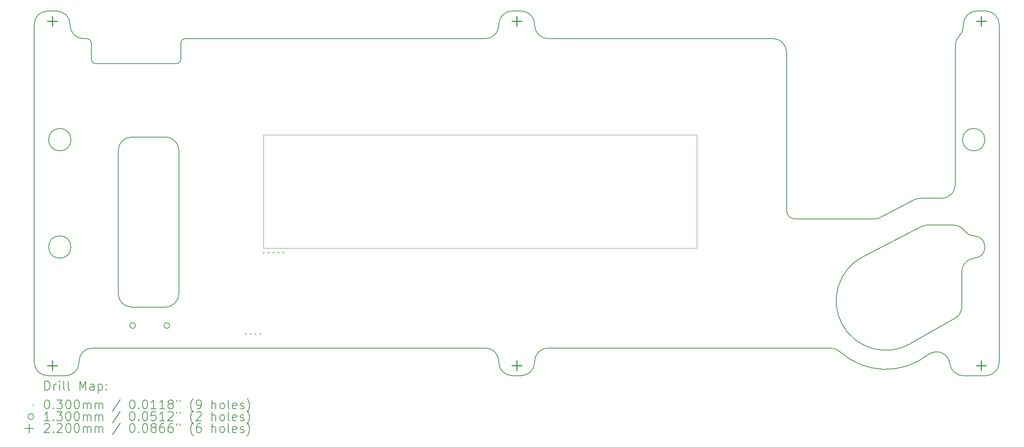
<source format=gbr>
%TF.GenerationSoftware,KiCad,Pcbnew,7.0.2-0*%
%TF.CreationDate,2024-05-08T23:40:00-07:00*%
%TF.ProjectId,New_Coil_Panel_Y,4e65775f-436f-4696-9c5f-50616e656c5f,2.0*%
%TF.SameCoordinates,Original*%
%TF.FileFunction,Drillmap*%
%TF.FilePolarity,Positive*%
%FSLAX45Y45*%
G04 Gerber Fmt 4.5, Leading zero omitted, Abs format (unit mm)*
G04 Created by KiCad (PCBNEW 7.0.2-0) date 2024-05-08 23:40:00*
%MOMM*%
%LPD*%
G01*
G04 APERTURE LIST*
%ADD10C,0.200000*%
%ADD11C,0.100000*%
%ADD12C,0.030000*%
%ADD13C,0.130000*%
%ADD14C,0.220000*%
G04 APERTURE END LIST*
D10*
X16012163Y-12683600D02*
X16012163Y-12666100D01*
X22823237Y-12443994D02*
G75*
G03*
X24801787Y-12514371I1030913J1135394D01*
G01*
X16312163Y-12366093D02*
G75*
G03*
X16012163Y-12666100I7J-300007D01*
G01*
X16312163Y-12366100D02*
X22621570Y-12366100D01*
X5637170Y-5151100D02*
G75*
G03*
X5937163Y-5451100I299990J-10D01*
G01*
X26067163Y-7708600D02*
G75*
G03*
X26067163Y-7708600I-250000J0D01*
G01*
X5537163Y-12983593D02*
G75*
G03*
X5837163Y-12683600I7J299993D01*
G01*
X7013483Y-7648990D02*
X7765963Y-7648990D01*
X5637163Y-5151100D02*
X5637163Y-5133600D01*
X7765963Y-11452383D02*
G75*
G03*
X8065963Y-11152390I7J299993D01*
G01*
X15712163Y-12983593D02*
G75*
G03*
X16012163Y-12683600I7J299993D01*
G01*
X14912163Y-5451093D02*
G75*
G03*
X15212163Y-5151100I7J299993D01*
G01*
X15212170Y-12666100D02*
G75*
G03*
X14912163Y-12366100I-300010J-10D01*
G01*
X15712163Y-4833600D02*
X15512163Y-4833600D01*
X15512163Y-12983600D02*
X15712163Y-12983600D01*
X7765963Y-11452390D02*
X7013483Y-11452390D01*
X15212163Y-12666100D02*
X15212163Y-12683600D01*
X6137163Y-12366093D02*
G75*
G03*
X5837163Y-12666100I7J-300007D01*
G01*
X15512163Y-4833593D02*
G75*
G03*
X15212163Y-5133600I7J-300007D01*
G01*
X25583450Y-12983600D02*
X26087163Y-12983600D01*
X15212170Y-12683600D02*
G75*
G03*
X15512163Y-12983600I299990J-10D01*
G01*
X16012170Y-5133600D02*
G75*
G03*
X15712163Y-4833600I-300010J-10D01*
G01*
X14912163Y-5451100D02*
X8212163Y-5451100D01*
X16012170Y-5151100D02*
G75*
G03*
X16312163Y-5451100I299990J-10D01*
G01*
X8112163Y-5551100D02*
X8112163Y-5908600D01*
X8012163Y-6008593D02*
G75*
G03*
X8112163Y-5908600I7J99993D01*
G01*
X7013483Y-7648983D02*
G75*
G03*
X6713483Y-7948990I7J-300007D01*
G01*
X4837170Y-12683600D02*
G75*
G03*
X5137163Y-12983600I299990J-10D01*
G01*
X24780746Y-9618600D02*
X25366153Y-9618600D01*
X26387170Y-5133600D02*
G75*
G03*
X26087163Y-4833600I-300010J-10D01*
G01*
X16012163Y-5151100D02*
X16012163Y-5133600D01*
X5137163Y-4833593D02*
G75*
G03*
X4837163Y-5133600I7J-300007D01*
G01*
X8212163Y-5451093D02*
G75*
G03*
X8112163Y-5551100I7J-100007D01*
G01*
X6112163Y-5908600D02*
X6112163Y-5551100D01*
X6137163Y-12366100D02*
X14912163Y-12366100D01*
X25496905Y-5390416D02*
G75*
G03*
X25406649Y-5604911I209745J-214494D01*
G01*
X6012163Y-5451100D02*
X5937163Y-5451100D01*
X24634551Y-9018598D02*
G75*
G03*
X24496549Y-9052225I-1J-299982D01*
G01*
X25606452Y-9738997D02*
G75*
G03*
X25366153Y-9618600I-240302J-179613D01*
G01*
X25401581Y-11699996D02*
G75*
G03*
X25552649Y-11439572I-148942J260426D01*
G01*
X23590801Y-9483600D02*
X21837163Y-9483600D01*
X25887163Y-4833593D02*
G75*
G03*
X25587163Y-5133600I7J-300007D01*
G01*
X25401580Y-11699994D02*
X24404184Y-12270391D01*
X15212163Y-5133600D02*
X15212163Y-5151100D01*
X25833293Y-10358079D02*
G75*
G03*
X25830611Y-9858962I-16133J249479D01*
G01*
X8065970Y-7948990D02*
G75*
G03*
X7765963Y-7648990I-300010J-10D01*
G01*
X6713483Y-11152390D02*
X6713483Y-7948990D01*
X26087163Y-12983593D02*
G75*
G03*
X26387163Y-12683600I7J299993D01*
G01*
X5637170Y-5133600D02*
G75*
G03*
X5337163Y-4833600I-300010J-10D01*
G01*
X25833293Y-10358083D02*
G75*
G03*
X25552649Y-10657454I19347J-299367D01*
G01*
X25496906Y-5390416D02*
G75*
G03*
X25587163Y-5175922I-209746J214496D01*
G01*
X25606449Y-9739000D02*
G75*
G03*
X25830611Y-9858962I240311J179630D01*
G01*
X25406649Y-5604911D02*
X25406649Y-8718600D01*
X25106649Y-9018600D02*
X24634551Y-9018600D01*
X8012163Y-6008600D02*
X6212163Y-6008600D01*
X5657163Y-7708600D02*
G75*
G03*
X5657163Y-7708600I-250000J0D01*
G01*
X22823236Y-12443996D02*
G75*
G03*
X22621570Y-12366100I-201656J-222074D01*
G01*
X25552649Y-10657454D02*
X25552649Y-11439572D01*
X25587163Y-5133600D02*
X25587163Y-5175922D01*
X6713490Y-11152390D02*
G75*
G03*
X7013483Y-11452390I299990J-10D01*
G01*
X23344479Y-10324823D02*
X24642744Y-9652225D01*
X25106649Y-9018599D02*
G75*
G03*
X25406649Y-8718600I1J299999D01*
G01*
X4837163Y-5133600D02*
X4837163Y-12683600D01*
X5137163Y-12983600D02*
X5537163Y-12983600D01*
X23344480Y-10324824D02*
G75*
G03*
X24404184Y-12270391I509670J-983776D01*
G01*
X21637163Y-9283600D02*
X21637163Y-5751100D01*
X26387163Y-12683600D02*
X26387163Y-5133600D01*
X6112170Y-5551100D02*
G75*
G03*
X6012163Y-5451100I-100010J-10D01*
G01*
X24496549Y-9052225D02*
X23728803Y-9449975D01*
X6112170Y-5908600D02*
G75*
G03*
X6212163Y-6008600I99990J-10D01*
G01*
X5837163Y-12683600D02*
X5837163Y-12666100D01*
X23590801Y-9483598D02*
G75*
G03*
X23728803Y-9449975I-2J300018D01*
G01*
X25285306Y-12716922D02*
G75*
G03*
X24801787Y-12514371I-298146J-33328D01*
G01*
X25285307Y-12716922D02*
G75*
G03*
X25583450Y-12983600I298153J33332D01*
G01*
X21337163Y-5451100D02*
X16312163Y-5451100D01*
X21637170Y-5751100D02*
G75*
G03*
X21337163Y-5451100I-300010J-10D01*
G01*
X5337163Y-4833600D02*
X5137163Y-4833600D01*
X5657163Y-10108600D02*
G75*
G03*
X5657163Y-10108600I-250000J0D01*
G01*
X26087163Y-4833600D02*
X25887163Y-4833600D01*
D11*
X9954131Y-7605837D02*
X19637800Y-7605837D01*
X19637800Y-10136200D01*
X9954131Y-10136200D01*
X9954131Y-7605837D01*
D10*
X21637170Y-9283600D02*
G75*
G03*
X21837163Y-9483600I199990J-10D01*
G01*
X24780746Y-9618602D02*
G75*
G03*
X24642744Y-9652225I4J-300028D01*
G01*
X8065963Y-7948990D02*
X8065963Y-11152390D01*
D12*
X9538600Y-12030500D02*
X9568600Y-12060500D01*
X9568600Y-12030500D02*
X9538600Y-12060500D01*
X9648600Y-12030500D02*
X9678600Y-12060500D01*
X9678600Y-12030500D02*
X9648600Y-12060500D01*
X9758600Y-12030500D02*
X9788600Y-12060500D01*
X9788600Y-12030500D02*
X9758600Y-12060500D01*
X9868600Y-12030500D02*
X9898600Y-12060500D01*
X9898600Y-12030500D02*
X9868600Y-12060500D01*
X9941100Y-10215500D02*
X9971100Y-10245500D01*
X9971100Y-10215500D02*
X9941100Y-10245500D01*
X10051100Y-10215500D02*
X10081100Y-10245500D01*
X10081100Y-10215500D02*
X10051100Y-10245500D01*
X10161100Y-10215500D02*
X10191100Y-10245500D01*
X10191100Y-10215500D02*
X10161100Y-10245500D01*
X10271100Y-10215500D02*
X10301100Y-10245500D01*
X10301100Y-10215500D02*
X10271100Y-10245500D01*
X10381100Y-10215500D02*
X10411100Y-10245500D01*
X10411100Y-10215500D02*
X10381100Y-10245500D01*
D13*
X7099800Y-11862600D02*
G75*
G03*
X7099800Y-11862600I-65000J0D01*
G01*
X7861800Y-11862600D02*
G75*
G03*
X7861800Y-11862600I-65000J0D01*
G01*
D14*
X5237163Y-4948600D02*
X5237163Y-5168600D01*
X5127163Y-5058600D02*
X5347163Y-5058600D01*
X5237163Y-12648600D02*
X5237163Y-12868600D01*
X5127163Y-12758600D02*
X5347163Y-12758600D01*
X15612163Y-4948600D02*
X15612163Y-5168600D01*
X15502163Y-5058600D02*
X15722163Y-5058600D01*
X15612163Y-12648600D02*
X15612163Y-12868600D01*
X15502163Y-12758600D02*
X15722163Y-12758600D01*
X25987163Y-4948600D02*
X25987163Y-5168600D01*
X25877163Y-5058600D02*
X26097163Y-5058600D01*
X25987163Y-12648600D02*
X25987163Y-12868600D01*
X25877163Y-12758600D02*
X26097163Y-12758600D01*
D10*
X5074782Y-13306124D02*
X5074782Y-13106124D01*
X5074782Y-13106124D02*
X5122401Y-13106124D01*
X5122401Y-13106124D02*
X5150973Y-13115648D01*
X5150973Y-13115648D02*
X5170020Y-13134695D01*
X5170020Y-13134695D02*
X5179544Y-13153743D01*
X5179544Y-13153743D02*
X5189068Y-13191838D01*
X5189068Y-13191838D02*
X5189068Y-13220409D01*
X5189068Y-13220409D02*
X5179544Y-13258505D01*
X5179544Y-13258505D02*
X5170020Y-13277552D01*
X5170020Y-13277552D02*
X5150973Y-13296600D01*
X5150973Y-13296600D02*
X5122401Y-13306124D01*
X5122401Y-13306124D02*
X5074782Y-13306124D01*
X5274782Y-13306124D02*
X5274782Y-13172790D01*
X5274782Y-13210886D02*
X5284306Y-13191838D01*
X5284306Y-13191838D02*
X5293830Y-13182314D01*
X5293830Y-13182314D02*
X5312877Y-13172790D01*
X5312877Y-13172790D02*
X5331925Y-13172790D01*
X5398592Y-13306124D02*
X5398592Y-13172790D01*
X5398592Y-13106124D02*
X5389068Y-13115648D01*
X5389068Y-13115648D02*
X5398592Y-13125171D01*
X5398592Y-13125171D02*
X5408115Y-13115648D01*
X5408115Y-13115648D02*
X5398592Y-13106124D01*
X5398592Y-13106124D02*
X5398592Y-13125171D01*
X5522401Y-13306124D02*
X5503354Y-13296600D01*
X5503354Y-13296600D02*
X5493830Y-13277552D01*
X5493830Y-13277552D02*
X5493830Y-13106124D01*
X5627163Y-13306124D02*
X5608115Y-13296600D01*
X5608115Y-13296600D02*
X5598592Y-13277552D01*
X5598592Y-13277552D02*
X5598592Y-13106124D01*
X5855734Y-13306124D02*
X5855734Y-13106124D01*
X5855734Y-13106124D02*
X5922401Y-13248981D01*
X5922401Y-13248981D02*
X5989068Y-13106124D01*
X5989068Y-13106124D02*
X5989068Y-13306124D01*
X6170020Y-13306124D02*
X6170020Y-13201362D01*
X6170020Y-13201362D02*
X6160496Y-13182314D01*
X6160496Y-13182314D02*
X6141449Y-13172790D01*
X6141449Y-13172790D02*
X6103353Y-13172790D01*
X6103353Y-13172790D02*
X6084306Y-13182314D01*
X6170020Y-13296600D02*
X6150973Y-13306124D01*
X6150973Y-13306124D02*
X6103353Y-13306124D01*
X6103353Y-13306124D02*
X6084306Y-13296600D01*
X6084306Y-13296600D02*
X6074782Y-13277552D01*
X6074782Y-13277552D02*
X6074782Y-13258505D01*
X6074782Y-13258505D02*
X6084306Y-13239457D01*
X6084306Y-13239457D02*
X6103353Y-13229933D01*
X6103353Y-13229933D02*
X6150973Y-13229933D01*
X6150973Y-13229933D02*
X6170020Y-13220409D01*
X6265258Y-13172790D02*
X6265258Y-13372790D01*
X6265258Y-13182314D02*
X6284306Y-13172790D01*
X6284306Y-13172790D02*
X6322401Y-13172790D01*
X6322401Y-13172790D02*
X6341449Y-13182314D01*
X6341449Y-13182314D02*
X6350973Y-13191838D01*
X6350973Y-13191838D02*
X6360496Y-13210886D01*
X6360496Y-13210886D02*
X6360496Y-13268028D01*
X6360496Y-13268028D02*
X6350973Y-13287076D01*
X6350973Y-13287076D02*
X6341449Y-13296600D01*
X6341449Y-13296600D02*
X6322401Y-13306124D01*
X6322401Y-13306124D02*
X6284306Y-13306124D01*
X6284306Y-13306124D02*
X6265258Y-13296600D01*
X6446211Y-13287076D02*
X6455734Y-13296600D01*
X6455734Y-13296600D02*
X6446211Y-13306124D01*
X6446211Y-13306124D02*
X6436687Y-13296600D01*
X6436687Y-13296600D02*
X6446211Y-13287076D01*
X6446211Y-13287076D02*
X6446211Y-13306124D01*
X6446211Y-13182314D02*
X6455734Y-13191838D01*
X6455734Y-13191838D02*
X6446211Y-13201362D01*
X6446211Y-13201362D02*
X6436687Y-13191838D01*
X6436687Y-13191838D02*
X6446211Y-13182314D01*
X6446211Y-13182314D02*
X6446211Y-13201362D01*
D12*
X4797163Y-13618600D02*
X4827163Y-13648600D01*
X4827163Y-13618600D02*
X4797163Y-13648600D01*
D10*
X5112877Y-13526124D02*
X5131925Y-13526124D01*
X5131925Y-13526124D02*
X5150973Y-13535648D01*
X5150973Y-13535648D02*
X5160496Y-13545171D01*
X5160496Y-13545171D02*
X5170020Y-13564219D01*
X5170020Y-13564219D02*
X5179544Y-13602314D01*
X5179544Y-13602314D02*
X5179544Y-13649933D01*
X5179544Y-13649933D02*
X5170020Y-13688028D01*
X5170020Y-13688028D02*
X5160496Y-13707076D01*
X5160496Y-13707076D02*
X5150973Y-13716600D01*
X5150973Y-13716600D02*
X5131925Y-13726124D01*
X5131925Y-13726124D02*
X5112877Y-13726124D01*
X5112877Y-13726124D02*
X5093830Y-13716600D01*
X5093830Y-13716600D02*
X5084306Y-13707076D01*
X5084306Y-13707076D02*
X5074782Y-13688028D01*
X5074782Y-13688028D02*
X5065258Y-13649933D01*
X5065258Y-13649933D02*
X5065258Y-13602314D01*
X5065258Y-13602314D02*
X5074782Y-13564219D01*
X5074782Y-13564219D02*
X5084306Y-13545171D01*
X5084306Y-13545171D02*
X5093830Y-13535648D01*
X5093830Y-13535648D02*
X5112877Y-13526124D01*
X5265258Y-13707076D02*
X5274782Y-13716600D01*
X5274782Y-13716600D02*
X5265258Y-13726124D01*
X5265258Y-13726124D02*
X5255735Y-13716600D01*
X5255735Y-13716600D02*
X5265258Y-13707076D01*
X5265258Y-13707076D02*
X5265258Y-13726124D01*
X5341449Y-13526124D02*
X5465258Y-13526124D01*
X5465258Y-13526124D02*
X5398592Y-13602314D01*
X5398592Y-13602314D02*
X5427163Y-13602314D01*
X5427163Y-13602314D02*
X5446211Y-13611838D01*
X5446211Y-13611838D02*
X5455735Y-13621362D01*
X5455735Y-13621362D02*
X5465258Y-13640409D01*
X5465258Y-13640409D02*
X5465258Y-13688028D01*
X5465258Y-13688028D02*
X5455735Y-13707076D01*
X5455735Y-13707076D02*
X5446211Y-13716600D01*
X5446211Y-13716600D02*
X5427163Y-13726124D01*
X5427163Y-13726124D02*
X5370020Y-13726124D01*
X5370020Y-13726124D02*
X5350973Y-13716600D01*
X5350973Y-13716600D02*
X5341449Y-13707076D01*
X5589068Y-13526124D02*
X5608115Y-13526124D01*
X5608115Y-13526124D02*
X5627163Y-13535648D01*
X5627163Y-13535648D02*
X5636687Y-13545171D01*
X5636687Y-13545171D02*
X5646211Y-13564219D01*
X5646211Y-13564219D02*
X5655734Y-13602314D01*
X5655734Y-13602314D02*
X5655734Y-13649933D01*
X5655734Y-13649933D02*
X5646211Y-13688028D01*
X5646211Y-13688028D02*
X5636687Y-13707076D01*
X5636687Y-13707076D02*
X5627163Y-13716600D01*
X5627163Y-13716600D02*
X5608115Y-13726124D01*
X5608115Y-13726124D02*
X5589068Y-13726124D01*
X5589068Y-13726124D02*
X5570020Y-13716600D01*
X5570020Y-13716600D02*
X5560496Y-13707076D01*
X5560496Y-13707076D02*
X5550973Y-13688028D01*
X5550973Y-13688028D02*
X5541449Y-13649933D01*
X5541449Y-13649933D02*
X5541449Y-13602314D01*
X5541449Y-13602314D02*
X5550973Y-13564219D01*
X5550973Y-13564219D02*
X5560496Y-13545171D01*
X5560496Y-13545171D02*
X5570020Y-13535648D01*
X5570020Y-13535648D02*
X5589068Y-13526124D01*
X5779544Y-13526124D02*
X5798592Y-13526124D01*
X5798592Y-13526124D02*
X5817639Y-13535648D01*
X5817639Y-13535648D02*
X5827163Y-13545171D01*
X5827163Y-13545171D02*
X5836687Y-13564219D01*
X5836687Y-13564219D02*
X5846211Y-13602314D01*
X5846211Y-13602314D02*
X5846211Y-13649933D01*
X5846211Y-13649933D02*
X5836687Y-13688028D01*
X5836687Y-13688028D02*
X5827163Y-13707076D01*
X5827163Y-13707076D02*
X5817639Y-13716600D01*
X5817639Y-13716600D02*
X5798592Y-13726124D01*
X5798592Y-13726124D02*
X5779544Y-13726124D01*
X5779544Y-13726124D02*
X5760496Y-13716600D01*
X5760496Y-13716600D02*
X5750973Y-13707076D01*
X5750973Y-13707076D02*
X5741449Y-13688028D01*
X5741449Y-13688028D02*
X5731925Y-13649933D01*
X5731925Y-13649933D02*
X5731925Y-13602314D01*
X5731925Y-13602314D02*
X5741449Y-13564219D01*
X5741449Y-13564219D02*
X5750973Y-13545171D01*
X5750973Y-13545171D02*
X5760496Y-13535648D01*
X5760496Y-13535648D02*
X5779544Y-13526124D01*
X5931925Y-13726124D02*
X5931925Y-13592790D01*
X5931925Y-13611838D02*
X5941449Y-13602314D01*
X5941449Y-13602314D02*
X5960496Y-13592790D01*
X5960496Y-13592790D02*
X5989068Y-13592790D01*
X5989068Y-13592790D02*
X6008115Y-13602314D01*
X6008115Y-13602314D02*
X6017639Y-13621362D01*
X6017639Y-13621362D02*
X6017639Y-13726124D01*
X6017639Y-13621362D02*
X6027163Y-13602314D01*
X6027163Y-13602314D02*
X6046211Y-13592790D01*
X6046211Y-13592790D02*
X6074782Y-13592790D01*
X6074782Y-13592790D02*
X6093830Y-13602314D01*
X6093830Y-13602314D02*
X6103354Y-13621362D01*
X6103354Y-13621362D02*
X6103354Y-13726124D01*
X6198592Y-13726124D02*
X6198592Y-13592790D01*
X6198592Y-13611838D02*
X6208115Y-13602314D01*
X6208115Y-13602314D02*
X6227163Y-13592790D01*
X6227163Y-13592790D02*
X6255735Y-13592790D01*
X6255735Y-13592790D02*
X6274782Y-13602314D01*
X6274782Y-13602314D02*
X6284306Y-13621362D01*
X6284306Y-13621362D02*
X6284306Y-13726124D01*
X6284306Y-13621362D02*
X6293830Y-13602314D01*
X6293830Y-13602314D02*
X6312877Y-13592790D01*
X6312877Y-13592790D02*
X6341449Y-13592790D01*
X6341449Y-13592790D02*
X6360496Y-13602314D01*
X6360496Y-13602314D02*
X6370020Y-13621362D01*
X6370020Y-13621362D02*
X6370020Y-13726124D01*
X6760496Y-13516600D02*
X6589068Y-13773743D01*
X7017639Y-13526124D02*
X7036687Y-13526124D01*
X7036687Y-13526124D02*
X7055735Y-13535648D01*
X7055735Y-13535648D02*
X7065258Y-13545171D01*
X7065258Y-13545171D02*
X7074782Y-13564219D01*
X7074782Y-13564219D02*
X7084306Y-13602314D01*
X7084306Y-13602314D02*
X7084306Y-13649933D01*
X7084306Y-13649933D02*
X7074782Y-13688028D01*
X7074782Y-13688028D02*
X7065258Y-13707076D01*
X7065258Y-13707076D02*
X7055735Y-13716600D01*
X7055735Y-13716600D02*
X7036687Y-13726124D01*
X7036687Y-13726124D02*
X7017639Y-13726124D01*
X7017639Y-13726124D02*
X6998592Y-13716600D01*
X6998592Y-13716600D02*
X6989068Y-13707076D01*
X6989068Y-13707076D02*
X6979544Y-13688028D01*
X6979544Y-13688028D02*
X6970020Y-13649933D01*
X6970020Y-13649933D02*
X6970020Y-13602314D01*
X6970020Y-13602314D02*
X6979544Y-13564219D01*
X6979544Y-13564219D02*
X6989068Y-13545171D01*
X6989068Y-13545171D02*
X6998592Y-13535648D01*
X6998592Y-13535648D02*
X7017639Y-13526124D01*
X7170020Y-13707076D02*
X7179544Y-13716600D01*
X7179544Y-13716600D02*
X7170020Y-13726124D01*
X7170020Y-13726124D02*
X7160497Y-13716600D01*
X7160497Y-13716600D02*
X7170020Y-13707076D01*
X7170020Y-13707076D02*
X7170020Y-13726124D01*
X7303354Y-13526124D02*
X7322401Y-13526124D01*
X7322401Y-13526124D02*
X7341449Y-13535648D01*
X7341449Y-13535648D02*
X7350973Y-13545171D01*
X7350973Y-13545171D02*
X7360497Y-13564219D01*
X7360497Y-13564219D02*
X7370020Y-13602314D01*
X7370020Y-13602314D02*
X7370020Y-13649933D01*
X7370020Y-13649933D02*
X7360497Y-13688028D01*
X7360497Y-13688028D02*
X7350973Y-13707076D01*
X7350973Y-13707076D02*
X7341449Y-13716600D01*
X7341449Y-13716600D02*
X7322401Y-13726124D01*
X7322401Y-13726124D02*
X7303354Y-13726124D01*
X7303354Y-13726124D02*
X7284306Y-13716600D01*
X7284306Y-13716600D02*
X7274782Y-13707076D01*
X7274782Y-13707076D02*
X7265258Y-13688028D01*
X7265258Y-13688028D02*
X7255735Y-13649933D01*
X7255735Y-13649933D02*
X7255735Y-13602314D01*
X7255735Y-13602314D02*
X7265258Y-13564219D01*
X7265258Y-13564219D02*
X7274782Y-13545171D01*
X7274782Y-13545171D02*
X7284306Y-13535648D01*
X7284306Y-13535648D02*
X7303354Y-13526124D01*
X7560497Y-13726124D02*
X7446211Y-13726124D01*
X7503354Y-13726124D02*
X7503354Y-13526124D01*
X7503354Y-13526124D02*
X7484306Y-13554695D01*
X7484306Y-13554695D02*
X7465258Y-13573743D01*
X7465258Y-13573743D02*
X7446211Y-13583267D01*
X7750973Y-13726124D02*
X7636687Y-13726124D01*
X7693830Y-13726124D02*
X7693830Y-13526124D01*
X7693830Y-13526124D02*
X7674782Y-13554695D01*
X7674782Y-13554695D02*
X7655735Y-13573743D01*
X7655735Y-13573743D02*
X7636687Y-13583267D01*
X7865258Y-13611838D02*
X7846211Y-13602314D01*
X7846211Y-13602314D02*
X7836687Y-13592790D01*
X7836687Y-13592790D02*
X7827163Y-13573743D01*
X7827163Y-13573743D02*
X7827163Y-13564219D01*
X7827163Y-13564219D02*
X7836687Y-13545171D01*
X7836687Y-13545171D02*
X7846211Y-13535648D01*
X7846211Y-13535648D02*
X7865258Y-13526124D01*
X7865258Y-13526124D02*
X7903354Y-13526124D01*
X7903354Y-13526124D02*
X7922401Y-13535648D01*
X7922401Y-13535648D02*
X7931925Y-13545171D01*
X7931925Y-13545171D02*
X7941449Y-13564219D01*
X7941449Y-13564219D02*
X7941449Y-13573743D01*
X7941449Y-13573743D02*
X7931925Y-13592790D01*
X7931925Y-13592790D02*
X7922401Y-13602314D01*
X7922401Y-13602314D02*
X7903354Y-13611838D01*
X7903354Y-13611838D02*
X7865258Y-13611838D01*
X7865258Y-13611838D02*
X7846211Y-13621362D01*
X7846211Y-13621362D02*
X7836687Y-13630886D01*
X7836687Y-13630886D02*
X7827163Y-13649933D01*
X7827163Y-13649933D02*
X7827163Y-13688028D01*
X7827163Y-13688028D02*
X7836687Y-13707076D01*
X7836687Y-13707076D02*
X7846211Y-13716600D01*
X7846211Y-13716600D02*
X7865258Y-13726124D01*
X7865258Y-13726124D02*
X7903354Y-13726124D01*
X7903354Y-13726124D02*
X7922401Y-13716600D01*
X7922401Y-13716600D02*
X7931925Y-13707076D01*
X7931925Y-13707076D02*
X7941449Y-13688028D01*
X7941449Y-13688028D02*
X7941449Y-13649933D01*
X7941449Y-13649933D02*
X7931925Y-13630886D01*
X7931925Y-13630886D02*
X7922401Y-13621362D01*
X7922401Y-13621362D02*
X7903354Y-13611838D01*
X8017639Y-13526124D02*
X8017639Y-13564219D01*
X8093830Y-13526124D02*
X8093830Y-13564219D01*
X8389068Y-13802314D02*
X8379544Y-13792790D01*
X8379544Y-13792790D02*
X8360497Y-13764219D01*
X8360497Y-13764219D02*
X8350973Y-13745171D01*
X8350973Y-13745171D02*
X8341449Y-13716600D01*
X8341449Y-13716600D02*
X8331925Y-13668981D01*
X8331925Y-13668981D02*
X8331925Y-13630886D01*
X8331925Y-13630886D02*
X8341449Y-13583267D01*
X8341449Y-13583267D02*
X8350973Y-13554695D01*
X8350973Y-13554695D02*
X8360497Y-13535648D01*
X8360497Y-13535648D02*
X8379544Y-13507076D01*
X8379544Y-13507076D02*
X8389068Y-13497552D01*
X8474782Y-13726124D02*
X8512878Y-13726124D01*
X8512878Y-13726124D02*
X8531925Y-13716600D01*
X8531925Y-13716600D02*
X8541449Y-13707076D01*
X8541449Y-13707076D02*
X8560497Y-13678505D01*
X8560497Y-13678505D02*
X8570021Y-13640409D01*
X8570021Y-13640409D02*
X8570021Y-13564219D01*
X8570021Y-13564219D02*
X8560497Y-13545171D01*
X8560497Y-13545171D02*
X8550973Y-13535648D01*
X8550973Y-13535648D02*
X8531925Y-13526124D01*
X8531925Y-13526124D02*
X8493830Y-13526124D01*
X8493830Y-13526124D02*
X8474782Y-13535648D01*
X8474782Y-13535648D02*
X8465259Y-13545171D01*
X8465259Y-13545171D02*
X8455735Y-13564219D01*
X8455735Y-13564219D02*
X8455735Y-13611838D01*
X8455735Y-13611838D02*
X8465259Y-13630886D01*
X8465259Y-13630886D02*
X8474782Y-13640409D01*
X8474782Y-13640409D02*
X8493830Y-13649933D01*
X8493830Y-13649933D02*
X8531925Y-13649933D01*
X8531925Y-13649933D02*
X8550973Y-13640409D01*
X8550973Y-13640409D02*
X8560497Y-13630886D01*
X8560497Y-13630886D02*
X8570021Y-13611838D01*
X8808116Y-13726124D02*
X8808116Y-13526124D01*
X8893830Y-13726124D02*
X8893830Y-13621362D01*
X8893830Y-13621362D02*
X8884306Y-13602314D01*
X8884306Y-13602314D02*
X8865259Y-13592790D01*
X8865259Y-13592790D02*
X8836687Y-13592790D01*
X8836687Y-13592790D02*
X8817640Y-13602314D01*
X8817640Y-13602314D02*
X8808116Y-13611838D01*
X9017640Y-13726124D02*
X8998592Y-13716600D01*
X8998592Y-13716600D02*
X8989068Y-13707076D01*
X8989068Y-13707076D02*
X8979544Y-13688028D01*
X8979544Y-13688028D02*
X8979544Y-13630886D01*
X8979544Y-13630886D02*
X8989068Y-13611838D01*
X8989068Y-13611838D02*
X8998592Y-13602314D01*
X8998592Y-13602314D02*
X9017640Y-13592790D01*
X9017640Y-13592790D02*
X9046211Y-13592790D01*
X9046211Y-13592790D02*
X9065259Y-13602314D01*
X9065259Y-13602314D02*
X9074783Y-13611838D01*
X9074783Y-13611838D02*
X9084306Y-13630886D01*
X9084306Y-13630886D02*
X9084306Y-13688028D01*
X9084306Y-13688028D02*
X9074783Y-13707076D01*
X9074783Y-13707076D02*
X9065259Y-13716600D01*
X9065259Y-13716600D02*
X9046211Y-13726124D01*
X9046211Y-13726124D02*
X9017640Y-13726124D01*
X9198592Y-13726124D02*
X9179544Y-13716600D01*
X9179544Y-13716600D02*
X9170021Y-13697552D01*
X9170021Y-13697552D02*
X9170021Y-13526124D01*
X9350973Y-13716600D02*
X9331925Y-13726124D01*
X9331925Y-13726124D02*
X9293830Y-13726124D01*
X9293830Y-13726124D02*
X9274783Y-13716600D01*
X9274783Y-13716600D02*
X9265259Y-13697552D01*
X9265259Y-13697552D02*
X9265259Y-13621362D01*
X9265259Y-13621362D02*
X9274783Y-13602314D01*
X9274783Y-13602314D02*
X9293830Y-13592790D01*
X9293830Y-13592790D02*
X9331925Y-13592790D01*
X9331925Y-13592790D02*
X9350973Y-13602314D01*
X9350973Y-13602314D02*
X9360497Y-13621362D01*
X9360497Y-13621362D02*
X9360497Y-13640409D01*
X9360497Y-13640409D02*
X9265259Y-13659457D01*
X9436687Y-13716600D02*
X9455735Y-13726124D01*
X9455735Y-13726124D02*
X9493830Y-13726124D01*
X9493830Y-13726124D02*
X9512878Y-13716600D01*
X9512878Y-13716600D02*
X9522402Y-13697552D01*
X9522402Y-13697552D02*
X9522402Y-13688028D01*
X9522402Y-13688028D02*
X9512878Y-13668981D01*
X9512878Y-13668981D02*
X9493830Y-13659457D01*
X9493830Y-13659457D02*
X9465259Y-13659457D01*
X9465259Y-13659457D02*
X9446211Y-13649933D01*
X9446211Y-13649933D02*
X9436687Y-13630886D01*
X9436687Y-13630886D02*
X9436687Y-13621362D01*
X9436687Y-13621362D02*
X9446211Y-13602314D01*
X9446211Y-13602314D02*
X9465259Y-13592790D01*
X9465259Y-13592790D02*
X9493830Y-13592790D01*
X9493830Y-13592790D02*
X9512878Y-13602314D01*
X9589068Y-13802314D02*
X9598592Y-13792790D01*
X9598592Y-13792790D02*
X9617640Y-13764219D01*
X9617640Y-13764219D02*
X9627164Y-13745171D01*
X9627164Y-13745171D02*
X9636687Y-13716600D01*
X9636687Y-13716600D02*
X9646211Y-13668981D01*
X9646211Y-13668981D02*
X9646211Y-13630886D01*
X9646211Y-13630886D02*
X9636687Y-13583267D01*
X9636687Y-13583267D02*
X9627164Y-13554695D01*
X9627164Y-13554695D02*
X9617640Y-13535648D01*
X9617640Y-13535648D02*
X9598592Y-13507076D01*
X9598592Y-13507076D02*
X9589068Y-13497552D01*
D13*
X4827163Y-13897600D02*
G75*
G03*
X4827163Y-13897600I-65000J0D01*
G01*
D10*
X5179544Y-13990124D02*
X5065258Y-13990124D01*
X5122401Y-13990124D02*
X5122401Y-13790124D01*
X5122401Y-13790124D02*
X5103354Y-13818695D01*
X5103354Y-13818695D02*
X5084306Y-13837743D01*
X5084306Y-13837743D02*
X5065258Y-13847267D01*
X5265258Y-13971076D02*
X5274782Y-13980600D01*
X5274782Y-13980600D02*
X5265258Y-13990124D01*
X5265258Y-13990124D02*
X5255735Y-13980600D01*
X5255735Y-13980600D02*
X5265258Y-13971076D01*
X5265258Y-13971076D02*
X5265258Y-13990124D01*
X5341449Y-13790124D02*
X5465258Y-13790124D01*
X5465258Y-13790124D02*
X5398592Y-13866314D01*
X5398592Y-13866314D02*
X5427163Y-13866314D01*
X5427163Y-13866314D02*
X5446211Y-13875838D01*
X5446211Y-13875838D02*
X5455735Y-13885362D01*
X5455735Y-13885362D02*
X5465258Y-13904409D01*
X5465258Y-13904409D02*
X5465258Y-13952028D01*
X5465258Y-13952028D02*
X5455735Y-13971076D01*
X5455735Y-13971076D02*
X5446211Y-13980600D01*
X5446211Y-13980600D02*
X5427163Y-13990124D01*
X5427163Y-13990124D02*
X5370020Y-13990124D01*
X5370020Y-13990124D02*
X5350973Y-13980600D01*
X5350973Y-13980600D02*
X5341449Y-13971076D01*
X5589068Y-13790124D02*
X5608115Y-13790124D01*
X5608115Y-13790124D02*
X5627163Y-13799648D01*
X5627163Y-13799648D02*
X5636687Y-13809171D01*
X5636687Y-13809171D02*
X5646211Y-13828219D01*
X5646211Y-13828219D02*
X5655734Y-13866314D01*
X5655734Y-13866314D02*
X5655734Y-13913933D01*
X5655734Y-13913933D02*
X5646211Y-13952028D01*
X5646211Y-13952028D02*
X5636687Y-13971076D01*
X5636687Y-13971076D02*
X5627163Y-13980600D01*
X5627163Y-13980600D02*
X5608115Y-13990124D01*
X5608115Y-13990124D02*
X5589068Y-13990124D01*
X5589068Y-13990124D02*
X5570020Y-13980600D01*
X5570020Y-13980600D02*
X5560496Y-13971076D01*
X5560496Y-13971076D02*
X5550973Y-13952028D01*
X5550973Y-13952028D02*
X5541449Y-13913933D01*
X5541449Y-13913933D02*
X5541449Y-13866314D01*
X5541449Y-13866314D02*
X5550973Y-13828219D01*
X5550973Y-13828219D02*
X5560496Y-13809171D01*
X5560496Y-13809171D02*
X5570020Y-13799648D01*
X5570020Y-13799648D02*
X5589068Y-13790124D01*
X5779544Y-13790124D02*
X5798592Y-13790124D01*
X5798592Y-13790124D02*
X5817639Y-13799648D01*
X5817639Y-13799648D02*
X5827163Y-13809171D01*
X5827163Y-13809171D02*
X5836687Y-13828219D01*
X5836687Y-13828219D02*
X5846211Y-13866314D01*
X5846211Y-13866314D02*
X5846211Y-13913933D01*
X5846211Y-13913933D02*
X5836687Y-13952028D01*
X5836687Y-13952028D02*
X5827163Y-13971076D01*
X5827163Y-13971076D02*
X5817639Y-13980600D01*
X5817639Y-13980600D02*
X5798592Y-13990124D01*
X5798592Y-13990124D02*
X5779544Y-13990124D01*
X5779544Y-13990124D02*
X5760496Y-13980600D01*
X5760496Y-13980600D02*
X5750973Y-13971076D01*
X5750973Y-13971076D02*
X5741449Y-13952028D01*
X5741449Y-13952028D02*
X5731925Y-13913933D01*
X5731925Y-13913933D02*
X5731925Y-13866314D01*
X5731925Y-13866314D02*
X5741449Y-13828219D01*
X5741449Y-13828219D02*
X5750973Y-13809171D01*
X5750973Y-13809171D02*
X5760496Y-13799648D01*
X5760496Y-13799648D02*
X5779544Y-13790124D01*
X5931925Y-13990124D02*
X5931925Y-13856790D01*
X5931925Y-13875838D02*
X5941449Y-13866314D01*
X5941449Y-13866314D02*
X5960496Y-13856790D01*
X5960496Y-13856790D02*
X5989068Y-13856790D01*
X5989068Y-13856790D02*
X6008115Y-13866314D01*
X6008115Y-13866314D02*
X6017639Y-13885362D01*
X6017639Y-13885362D02*
X6017639Y-13990124D01*
X6017639Y-13885362D02*
X6027163Y-13866314D01*
X6027163Y-13866314D02*
X6046211Y-13856790D01*
X6046211Y-13856790D02*
X6074782Y-13856790D01*
X6074782Y-13856790D02*
X6093830Y-13866314D01*
X6093830Y-13866314D02*
X6103354Y-13885362D01*
X6103354Y-13885362D02*
X6103354Y-13990124D01*
X6198592Y-13990124D02*
X6198592Y-13856790D01*
X6198592Y-13875838D02*
X6208115Y-13866314D01*
X6208115Y-13866314D02*
X6227163Y-13856790D01*
X6227163Y-13856790D02*
X6255735Y-13856790D01*
X6255735Y-13856790D02*
X6274782Y-13866314D01*
X6274782Y-13866314D02*
X6284306Y-13885362D01*
X6284306Y-13885362D02*
X6284306Y-13990124D01*
X6284306Y-13885362D02*
X6293830Y-13866314D01*
X6293830Y-13866314D02*
X6312877Y-13856790D01*
X6312877Y-13856790D02*
X6341449Y-13856790D01*
X6341449Y-13856790D02*
X6360496Y-13866314D01*
X6360496Y-13866314D02*
X6370020Y-13885362D01*
X6370020Y-13885362D02*
X6370020Y-13990124D01*
X6760496Y-13780600D02*
X6589068Y-14037743D01*
X7017639Y-13790124D02*
X7036687Y-13790124D01*
X7036687Y-13790124D02*
X7055735Y-13799648D01*
X7055735Y-13799648D02*
X7065258Y-13809171D01*
X7065258Y-13809171D02*
X7074782Y-13828219D01*
X7074782Y-13828219D02*
X7084306Y-13866314D01*
X7084306Y-13866314D02*
X7084306Y-13913933D01*
X7084306Y-13913933D02*
X7074782Y-13952028D01*
X7074782Y-13952028D02*
X7065258Y-13971076D01*
X7065258Y-13971076D02*
X7055735Y-13980600D01*
X7055735Y-13980600D02*
X7036687Y-13990124D01*
X7036687Y-13990124D02*
X7017639Y-13990124D01*
X7017639Y-13990124D02*
X6998592Y-13980600D01*
X6998592Y-13980600D02*
X6989068Y-13971076D01*
X6989068Y-13971076D02*
X6979544Y-13952028D01*
X6979544Y-13952028D02*
X6970020Y-13913933D01*
X6970020Y-13913933D02*
X6970020Y-13866314D01*
X6970020Y-13866314D02*
X6979544Y-13828219D01*
X6979544Y-13828219D02*
X6989068Y-13809171D01*
X6989068Y-13809171D02*
X6998592Y-13799648D01*
X6998592Y-13799648D02*
X7017639Y-13790124D01*
X7170020Y-13971076D02*
X7179544Y-13980600D01*
X7179544Y-13980600D02*
X7170020Y-13990124D01*
X7170020Y-13990124D02*
X7160497Y-13980600D01*
X7160497Y-13980600D02*
X7170020Y-13971076D01*
X7170020Y-13971076D02*
X7170020Y-13990124D01*
X7303354Y-13790124D02*
X7322401Y-13790124D01*
X7322401Y-13790124D02*
X7341449Y-13799648D01*
X7341449Y-13799648D02*
X7350973Y-13809171D01*
X7350973Y-13809171D02*
X7360497Y-13828219D01*
X7360497Y-13828219D02*
X7370020Y-13866314D01*
X7370020Y-13866314D02*
X7370020Y-13913933D01*
X7370020Y-13913933D02*
X7360497Y-13952028D01*
X7360497Y-13952028D02*
X7350973Y-13971076D01*
X7350973Y-13971076D02*
X7341449Y-13980600D01*
X7341449Y-13980600D02*
X7322401Y-13990124D01*
X7322401Y-13990124D02*
X7303354Y-13990124D01*
X7303354Y-13990124D02*
X7284306Y-13980600D01*
X7284306Y-13980600D02*
X7274782Y-13971076D01*
X7274782Y-13971076D02*
X7265258Y-13952028D01*
X7265258Y-13952028D02*
X7255735Y-13913933D01*
X7255735Y-13913933D02*
X7255735Y-13866314D01*
X7255735Y-13866314D02*
X7265258Y-13828219D01*
X7265258Y-13828219D02*
X7274782Y-13809171D01*
X7274782Y-13809171D02*
X7284306Y-13799648D01*
X7284306Y-13799648D02*
X7303354Y-13790124D01*
X7550973Y-13790124D02*
X7455735Y-13790124D01*
X7455735Y-13790124D02*
X7446211Y-13885362D01*
X7446211Y-13885362D02*
X7455735Y-13875838D01*
X7455735Y-13875838D02*
X7474782Y-13866314D01*
X7474782Y-13866314D02*
X7522401Y-13866314D01*
X7522401Y-13866314D02*
X7541449Y-13875838D01*
X7541449Y-13875838D02*
X7550973Y-13885362D01*
X7550973Y-13885362D02*
X7560497Y-13904409D01*
X7560497Y-13904409D02*
X7560497Y-13952028D01*
X7560497Y-13952028D02*
X7550973Y-13971076D01*
X7550973Y-13971076D02*
X7541449Y-13980600D01*
X7541449Y-13980600D02*
X7522401Y-13990124D01*
X7522401Y-13990124D02*
X7474782Y-13990124D01*
X7474782Y-13990124D02*
X7455735Y-13980600D01*
X7455735Y-13980600D02*
X7446211Y-13971076D01*
X7750973Y-13990124D02*
X7636687Y-13990124D01*
X7693830Y-13990124D02*
X7693830Y-13790124D01*
X7693830Y-13790124D02*
X7674782Y-13818695D01*
X7674782Y-13818695D02*
X7655735Y-13837743D01*
X7655735Y-13837743D02*
X7636687Y-13847267D01*
X7827163Y-13809171D02*
X7836687Y-13799648D01*
X7836687Y-13799648D02*
X7855735Y-13790124D01*
X7855735Y-13790124D02*
X7903354Y-13790124D01*
X7903354Y-13790124D02*
X7922401Y-13799648D01*
X7922401Y-13799648D02*
X7931925Y-13809171D01*
X7931925Y-13809171D02*
X7941449Y-13828219D01*
X7941449Y-13828219D02*
X7941449Y-13847267D01*
X7941449Y-13847267D02*
X7931925Y-13875838D01*
X7931925Y-13875838D02*
X7817639Y-13990124D01*
X7817639Y-13990124D02*
X7941449Y-13990124D01*
X8017639Y-13790124D02*
X8017639Y-13828219D01*
X8093830Y-13790124D02*
X8093830Y-13828219D01*
X8389068Y-14066314D02*
X8379544Y-14056790D01*
X8379544Y-14056790D02*
X8360497Y-14028219D01*
X8360497Y-14028219D02*
X8350973Y-14009171D01*
X8350973Y-14009171D02*
X8341449Y-13980600D01*
X8341449Y-13980600D02*
X8331925Y-13932981D01*
X8331925Y-13932981D02*
X8331925Y-13894886D01*
X8331925Y-13894886D02*
X8341449Y-13847267D01*
X8341449Y-13847267D02*
X8350973Y-13818695D01*
X8350973Y-13818695D02*
X8360497Y-13799648D01*
X8360497Y-13799648D02*
X8379544Y-13771076D01*
X8379544Y-13771076D02*
X8389068Y-13761552D01*
X8455735Y-13809171D02*
X8465259Y-13799648D01*
X8465259Y-13799648D02*
X8484306Y-13790124D01*
X8484306Y-13790124D02*
X8531925Y-13790124D01*
X8531925Y-13790124D02*
X8550973Y-13799648D01*
X8550973Y-13799648D02*
X8560497Y-13809171D01*
X8560497Y-13809171D02*
X8570021Y-13828219D01*
X8570021Y-13828219D02*
X8570021Y-13847267D01*
X8570021Y-13847267D02*
X8560497Y-13875838D01*
X8560497Y-13875838D02*
X8446211Y-13990124D01*
X8446211Y-13990124D02*
X8570021Y-13990124D01*
X8808116Y-13990124D02*
X8808116Y-13790124D01*
X8893830Y-13990124D02*
X8893830Y-13885362D01*
X8893830Y-13885362D02*
X8884306Y-13866314D01*
X8884306Y-13866314D02*
X8865259Y-13856790D01*
X8865259Y-13856790D02*
X8836687Y-13856790D01*
X8836687Y-13856790D02*
X8817640Y-13866314D01*
X8817640Y-13866314D02*
X8808116Y-13875838D01*
X9017640Y-13990124D02*
X8998592Y-13980600D01*
X8998592Y-13980600D02*
X8989068Y-13971076D01*
X8989068Y-13971076D02*
X8979544Y-13952028D01*
X8979544Y-13952028D02*
X8979544Y-13894886D01*
X8979544Y-13894886D02*
X8989068Y-13875838D01*
X8989068Y-13875838D02*
X8998592Y-13866314D01*
X8998592Y-13866314D02*
X9017640Y-13856790D01*
X9017640Y-13856790D02*
X9046211Y-13856790D01*
X9046211Y-13856790D02*
X9065259Y-13866314D01*
X9065259Y-13866314D02*
X9074783Y-13875838D01*
X9074783Y-13875838D02*
X9084306Y-13894886D01*
X9084306Y-13894886D02*
X9084306Y-13952028D01*
X9084306Y-13952028D02*
X9074783Y-13971076D01*
X9074783Y-13971076D02*
X9065259Y-13980600D01*
X9065259Y-13980600D02*
X9046211Y-13990124D01*
X9046211Y-13990124D02*
X9017640Y-13990124D01*
X9198592Y-13990124D02*
X9179544Y-13980600D01*
X9179544Y-13980600D02*
X9170021Y-13961552D01*
X9170021Y-13961552D02*
X9170021Y-13790124D01*
X9350973Y-13980600D02*
X9331925Y-13990124D01*
X9331925Y-13990124D02*
X9293830Y-13990124D01*
X9293830Y-13990124D02*
X9274783Y-13980600D01*
X9274783Y-13980600D02*
X9265259Y-13961552D01*
X9265259Y-13961552D02*
X9265259Y-13885362D01*
X9265259Y-13885362D02*
X9274783Y-13866314D01*
X9274783Y-13866314D02*
X9293830Y-13856790D01*
X9293830Y-13856790D02*
X9331925Y-13856790D01*
X9331925Y-13856790D02*
X9350973Y-13866314D01*
X9350973Y-13866314D02*
X9360497Y-13885362D01*
X9360497Y-13885362D02*
X9360497Y-13904409D01*
X9360497Y-13904409D02*
X9265259Y-13923457D01*
X9436687Y-13980600D02*
X9455735Y-13990124D01*
X9455735Y-13990124D02*
X9493830Y-13990124D01*
X9493830Y-13990124D02*
X9512878Y-13980600D01*
X9512878Y-13980600D02*
X9522402Y-13961552D01*
X9522402Y-13961552D02*
X9522402Y-13952028D01*
X9522402Y-13952028D02*
X9512878Y-13932981D01*
X9512878Y-13932981D02*
X9493830Y-13923457D01*
X9493830Y-13923457D02*
X9465259Y-13923457D01*
X9465259Y-13923457D02*
X9446211Y-13913933D01*
X9446211Y-13913933D02*
X9436687Y-13894886D01*
X9436687Y-13894886D02*
X9436687Y-13885362D01*
X9436687Y-13885362D02*
X9446211Y-13866314D01*
X9446211Y-13866314D02*
X9465259Y-13856790D01*
X9465259Y-13856790D02*
X9493830Y-13856790D01*
X9493830Y-13856790D02*
X9512878Y-13866314D01*
X9589068Y-14066314D02*
X9598592Y-14056790D01*
X9598592Y-14056790D02*
X9617640Y-14028219D01*
X9617640Y-14028219D02*
X9627164Y-14009171D01*
X9627164Y-14009171D02*
X9636687Y-13980600D01*
X9636687Y-13980600D02*
X9646211Y-13932981D01*
X9646211Y-13932981D02*
X9646211Y-13894886D01*
X9646211Y-13894886D02*
X9636687Y-13847267D01*
X9636687Y-13847267D02*
X9627164Y-13818695D01*
X9627164Y-13818695D02*
X9617640Y-13799648D01*
X9617640Y-13799648D02*
X9598592Y-13771076D01*
X9598592Y-13771076D02*
X9589068Y-13761552D01*
X4727163Y-14061600D02*
X4727163Y-14261600D01*
X4627163Y-14161600D02*
X4827163Y-14161600D01*
X5065258Y-14073171D02*
X5074782Y-14063648D01*
X5074782Y-14063648D02*
X5093830Y-14054124D01*
X5093830Y-14054124D02*
X5141449Y-14054124D01*
X5141449Y-14054124D02*
X5160496Y-14063648D01*
X5160496Y-14063648D02*
X5170020Y-14073171D01*
X5170020Y-14073171D02*
X5179544Y-14092219D01*
X5179544Y-14092219D02*
X5179544Y-14111267D01*
X5179544Y-14111267D02*
X5170020Y-14139838D01*
X5170020Y-14139838D02*
X5055735Y-14254124D01*
X5055735Y-14254124D02*
X5179544Y-14254124D01*
X5265258Y-14235076D02*
X5274782Y-14244600D01*
X5274782Y-14244600D02*
X5265258Y-14254124D01*
X5265258Y-14254124D02*
X5255735Y-14244600D01*
X5255735Y-14244600D02*
X5265258Y-14235076D01*
X5265258Y-14235076D02*
X5265258Y-14254124D01*
X5350973Y-14073171D02*
X5360496Y-14063648D01*
X5360496Y-14063648D02*
X5379544Y-14054124D01*
X5379544Y-14054124D02*
X5427163Y-14054124D01*
X5427163Y-14054124D02*
X5446211Y-14063648D01*
X5446211Y-14063648D02*
X5455735Y-14073171D01*
X5455735Y-14073171D02*
X5465258Y-14092219D01*
X5465258Y-14092219D02*
X5465258Y-14111267D01*
X5465258Y-14111267D02*
X5455735Y-14139838D01*
X5455735Y-14139838D02*
X5341449Y-14254124D01*
X5341449Y-14254124D02*
X5465258Y-14254124D01*
X5589068Y-14054124D02*
X5608115Y-14054124D01*
X5608115Y-14054124D02*
X5627163Y-14063648D01*
X5627163Y-14063648D02*
X5636687Y-14073171D01*
X5636687Y-14073171D02*
X5646211Y-14092219D01*
X5646211Y-14092219D02*
X5655734Y-14130314D01*
X5655734Y-14130314D02*
X5655734Y-14177933D01*
X5655734Y-14177933D02*
X5646211Y-14216028D01*
X5646211Y-14216028D02*
X5636687Y-14235076D01*
X5636687Y-14235076D02*
X5627163Y-14244600D01*
X5627163Y-14244600D02*
X5608115Y-14254124D01*
X5608115Y-14254124D02*
X5589068Y-14254124D01*
X5589068Y-14254124D02*
X5570020Y-14244600D01*
X5570020Y-14244600D02*
X5560496Y-14235076D01*
X5560496Y-14235076D02*
X5550973Y-14216028D01*
X5550973Y-14216028D02*
X5541449Y-14177933D01*
X5541449Y-14177933D02*
X5541449Y-14130314D01*
X5541449Y-14130314D02*
X5550973Y-14092219D01*
X5550973Y-14092219D02*
X5560496Y-14073171D01*
X5560496Y-14073171D02*
X5570020Y-14063648D01*
X5570020Y-14063648D02*
X5589068Y-14054124D01*
X5779544Y-14054124D02*
X5798592Y-14054124D01*
X5798592Y-14054124D02*
X5817639Y-14063648D01*
X5817639Y-14063648D02*
X5827163Y-14073171D01*
X5827163Y-14073171D02*
X5836687Y-14092219D01*
X5836687Y-14092219D02*
X5846211Y-14130314D01*
X5846211Y-14130314D02*
X5846211Y-14177933D01*
X5846211Y-14177933D02*
X5836687Y-14216028D01*
X5836687Y-14216028D02*
X5827163Y-14235076D01*
X5827163Y-14235076D02*
X5817639Y-14244600D01*
X5817639Y-14244600D02*
X5798592Y-14254124D01*
X5798592Y-14254124D02*
X5779544Y-14254124D01*
X5779544Y-14254124D02*
X5760496Y-14244600D01*
X5760496Y-14244600D02*
X5750973Y-14235076D01*
X5750973Y-14235076D02*
X5741449Y-14216028D01*
X5741449Y-14216028D02*
X5731925Y-14177933D01*
X5731925Y-14177933D02*
X5731925Y-14130314D01*
X5731925Y-14130314D02*
X5741449Y-14092219D01*
X5741449Y-14092219D02*
X5750973Y-14073171D01*
X5750973Y-14073171D02*
X5760496Y-14063648D01*
X5760496Y-14063648D02*
X5779544Y-14054124D01*
X5931925Y-14254124D02*
X5931925Y-14120790D01*
X5931925Y-14139838D02*
X5941449Y-14130314D01*
X5941449Y-14130314D02*
X5960496Y-14120790D01*
X5960496Y-14120790D02*
X5989068Y-14120790D01*
X5989068Y-14120790D02*
X6008115Y-14130314D01*
X6008115Y-14130314D02*
X6017639Y-14149362D01*
X6017639Y-14149362D02*
X6017639Y-14254124D01*
X6017639Y-14149362D02*
X6027163Y-14130314D01*
X6027163Y-14130314D02*
X6046211Y-14120790D01*
X6046211Y-14120790D02*
X6074782Y-14120790D01*
X6074782Y-14120790D02*
X6093830Y-14130314D01*
X6093830Y-14130314D02*
X6103354Y-14149362D01*
X6103354Y-14149362D02*
X6103354Y-14254124D01*
X6198592Y-14254124D02*
X6198592Y-14120790D01*
X6198592Y-14139838D02*
X6208115Y-14130314D01*
X6208115Y-14130314D02*
X6227163Y-14120790D01*
X6227163Y-14120790D02*
X6255735Y-14120790D01*
X6255735Y-14120790D02*
X6274782Y-14130314D01*
X6274782Y-14130314D02*
X6284306Y-14149362D01*
X6284306Y-14149362D02*
X6284306Y-14254124D01*
X6284306Y-14149362D02*
X6293830Y-14130314D01*
X6293830Y-14130314D02*
X6312877Y-14120790D01*
X6312877Y-14120790D02*
X6341449Y-14120790D01*
X6341449Y-14120790D02*
X6360496Y-14130314D01*
X6360496Y-14130314D02*
X6370020Y-14149362D01*
X6370020Y-14149362D02*
X6370020Y-14254124D01*
X6760496Y-14044600D02*
X6589068Y-14301743D01*
X7017639Y-14054124D02*
X7036687Y-14054124D01*
X7036687Y-14054124D02*
X7055735Y-14063648D01*
X7055735Y-14063648D02*
X7065258Y-14073171D01*
X7065258Y-14073171D02*
X7074782Y-14092219D01*
X7074782Y-14092219D02*
X7084306Y-14130314D01*
X7084306Y-14130314D02*
X7084306Y-14177933D01*
X7084306Y-14177933D02*
X7074782Y-14216028D01*
X7074782Y-14216028D02*
X7065258Y-14235076D01*
X7065258Y-14235076D02*
X7055735Y-14244600D01*
X7055735Y-14244600D02*
X7036687Y-14254124D01*
X7036687Y-14254124D02*
X7017639Y-14254124D01*
X7017639Y-14254124D02*
X6998592Y-14244600D01*
X6998592Y-14244600D02*
X6989068Y-14235076D01*
X6989068Y-14235076D02*
X6979544Y-14216028D01*
X6979544Y-14216028D02*
X6970020Y-14177933D01*
X6970020Y-14177933D02*
X6970020Y-14130314D01*
X6970020Y-14130314D02*
X6979544Y-14092219D01*
X6979544Y-14092219D02*
X6989068Y-14073171D01*
X6989068Y-14073171D02*
X6998592Y-14063648D01*
X6998592Y-14063648D02*
X7017639Y-14054124D01*
X7170020Y-14235076D02*
X7179544Y-14244600D01*
X7179544Y-14244600D02*
X7170020Y-14254124D01*
X7170020Y-14254124D02*
X7160497Y-14244600D01*
X7160497Y-14244600D02*
X7170020Y-14235076D01*
X7170020Y-14235076D02*
X7170020Y-14254124D01*
X7303354Y-14054124D02*
X7322401Y-14054124D01*
X7322401Y-14054124D02*
X7341449Y-14063648D01*
X7341449Y-14063648D02*
X7350973Y-14073171D01*
X7350973Y-14073171D02*
X7360497Y-14092219D01*
X7360497Y-14092219D02*
X7370020Y-14130314D01*
X7370020Y-14130314D02*
X7370020Y-14177933D01*
X7370020Y-14177933D02*
X7360497Y-14216028D01*
X7360497Y-14216028D02*
X7350973Y-14235076D01*
X7350973Y-14235076D02*
X7341449Y-14244600D01*
X7341449Y-14244600D02*
X7322401Y-14254124D01*
X7322401Y-14254124D02*
X7303354Y-14254124D01*
X7303354Y-14254124D02*
X7284306Y-14244600D01*
X7284306Y-14244600D02*
X7274782Y-14235076D01*
X7274782Y-14235076D02*
X7265258Y-14216028D01*
X7265258Y-14216028D02*
X7255735Y-14177933D01*
X7255735Y-14177933D02*
X7255735Y-14130314D01*
X7255735Y-14130314D02*
X7265258Y-14092219D01*
X7265258Y-14092219D02*
X7274782Y-14073171D01*
X7274782Y-14073171D02*
X7284306Y-14063648D01*
X7284306Y-14063648D02*
X7303354Y-14054124D01*
X7484306Y-14139838D02*
X7465258Y-14130314D01*
X7465258Y-14130314D02*
X7455735Y-14120790D01*
X7455735Y-14120790D02*
X7446211Y-14101743D01*
X7446211Y-14101743D02*
X7446211Y-14092219D01*
X7446211Y-14092219D02*
X7455735Y-14073171D01*
X7455735Y-14073171D02*
X7465258Y-14063648D01*
X7465258Y-14063648D02*
X7484306Y-14054124D01*
X7484306Y-14054124D02*
X7522401Y-14054124D01*
X7522401Y-14054124D02*
X7541449Y-14063648D01*
X7541449Y-14063648D02*
X7550973Y-14073171D01*
X7550973Y-14073171D02*
X7560497Y-14092219D01*
X7560497Y-14092219D02*
X7560497Y-14101743D01*
X7560497Y-14101743D02*
X7550973Y-14120790D01*
X7550973Y-14120790D02*
X7541449Y-14130314D01*
X7541449Y-14130314D02*
X7522401Y-14139838D01*
X7522401Y-14139838D02*
X7484306Y-14139838D01*
X7484306Y-14139838D02*
X7465258Y-14149362D01*
X7465258Y-14149362D02*
X7455735Y-14158886D01*
X7455735Y-14158886D02*
X7446211Y-14177933D01*
X7446211Y-14177933D02*
X7446211Y-14216028D01*
X7446211Y-14216028D02*
X7455735Y-14235076D01*
X7455735Y-14235076D02*
X7465258Y-14244600D01*
X7465258Y-14244600D02*
X7484306Y-14254124D01*
X7484306Y-14254124D02*
X7522401Y-14254124D01*
X7522401Y-14254124D02*
X7541449Y-14244600D01*
X7541449Y-14244600D02*
X7550973Y-14235076D01*
X7550973Y-14235076D02*
X7560497Y-14216028D01*
X7560497Y-14216028D02*
X7560497Y-14177933D01*
X7560497Y-14177933D02*
X7550973Y-14158886D01*
X7550973Y-14158886D02*
X7541449Y-14149362D01*
X7541449Y-14149362D02*
X7522401Y-14139838D01*
X7731925Y-14054124D02*
X7693830Y-14054124D01*
X7693830Y-14054124D02*
X7674782Y-14063648D01*
X7674782Y-14063648D02*
X7665258Y-14073171D01*
X7665258Y-14073171D02*
X7646211Y-14101743D01*
X7646211Y-14101743D02*
X7636687Y-14139838D01*
X7636687Y-14139838D02*
X7636687Y-14216028D01*
X7636687Y-14216028D02*
X7646211Y-14235076D01*
X7646211Y-14235076D02*
X7655735Y-14244600D01*
X7655735Y-14244600D02*
X7674782Y-14254124D01*
X7674782Y-14254124D02*
X7712878Y-14254124D01*
X7712878Y-14254124D02*
X7731925Y-14244600D01*
X7731925Y-14244600D02*
X7741449Y-14235076D01*
X7741449Y-14235076D02*
X7750973Y-14216028D01*
X7750973Y-14216028D02*
X7750973Y-14168409D01*
X7750973Y-14168409D02*
X7741449Y-14149362D01*
X7741449Y-14149362D02*
X7731925Y-14139838D01*
X7731925Y-14139838D02*
X7712878Y-14130314D01*
X7712878Y-14130314D02*
X7674782Y-14130314D01*
X7674782Y-14130314D02*
X7655735Y-14139838D01*
X7655735Y-14139838D02*
X7646211Y-14149362D01*
X7646211Y-14149362D02*
X7636687Y-14168409D01*
X7922401Y-14054124D02*
X7884306Y-14054124D01*
X7884306Y-14054124D02*
X7865258Y-14063648D01*
X7865258Y-14063648D02*
X7855735Y-14073171D01*
X7855735Y-14073171D02*
X7836687Y-14101743D01*
X7836687Y-14101743D02*
X7827163Y-14139838D01*
X7827163Y-14139838D02*
X7827163Y-14216028D01*
X7827163Y-14216028D02*
X7836687Y-14235076D01*
X7836687Y-14235076D02*
X7846211Y-14244600D01*
X7846211Y-14244600D02*
X7865258Y-14254124D01*
X7865258Y-14254124D02*
X7903354Y-14254124D01*
X7903354Y-14254124D02*
X7922401Y-14244600D01*
X7922401Y-14244600D02*
X7931925Y-14235076D01*
X7931925Y-14235076D02*
X7941449Y-14216028D01*
X7941449Y-14216028D02*
X7941449Y-14168409D01*
X7941449Y-14168409D02*
X7931925Y-14149362D01*
X7931925Y-14149362D02*
X7922401Y-14139838D01*
X7922401Y-14139838D02*
X7903354Y-14130314D01*
X7903354Y-14130314D02*
X7865258Y-14130314D01*
X7865258Y-14130314D02*
X7846211Y-14139838D01*
X7846211Y-14139838D02*
X7836687Y-14149362D01*
X7836687Y-14149362D02*
X7827163Y-14168409D01*
X8017639Y-14054124D02*
X8017639Y-14092219D01*
X8093830Y-14054124D02*
X8093830Y-14092219D01*
X8389068Y-14330314D02*
X8379544Y-14320790D01*
X8379544Y-14320790D02*
X8360497Y-14292219D01*
X8360497Y-14292219D02*
X8350973Y-14273171D01*
X8350973Y-14273171D02*
X8341449Y-14244600D01*
X8341449Y-14244600D02*
X8331925Y-14196981D01*
X8331925Y-14196981D02*
X8331925Y-14158886D01*
X8331925Y-14158886D02*
X8341449Y-14111267D01*
X8341449Y-14111267D02*
X8350973Y-14082695D01*
X8350973Y-14082695D02*
X8360497Y-14063648D01*
X8360497Y-14063648D02*
X8379544Y-14035076D01*
X8379544Y-14035076D02*
X8389068Y-14025552D01*
X8550973Y-14054124D02*
X8512878Y-14054124D01*
X8512878Y-14054124D02*
X8493830Y-14063648D01*
X8493830Y-14063648D02*
X8484306Y-14073171D01*
X8484306Y-14073171D02*
X8465259Y-14101743D01*
X8465259Y-14101743D02*
X8455735Y-14139838D01*
X8455735Y-14139838D02*
X8455735Y-14216028D01*
X8455735Y-14216028D02*
X8465259Y-14235076D01*
X8465259Y-14235076D02*
X8474782Y-14244600D01*
X8474782Y-14244600D02*
X8493830Y-14254124D01*
X8493830Y-14254124D02*
X8531925Y-14254124D01*
X8531925Y-14254124D02*
X8550973Y-14244600D01*
X8550973Y-14244600D02*
X8560497Y-14235076D01*
X8560497Y-14235076D02*
X8570021Y-14216028D01*
X8570021Y-14216028D02*
X8570021Y-14168409D01*
X8570021Y-14168409D02*
X8560497Y-14149362D01*
X8560497Y-14149362D02*
X8550973Y-14139838D01*
X8550973Y-14139838D02*
X8531925Y-14130314D01*
X8531925Y-14130314D02*
X8493830Y-14130314D01*
X8493830Y-14130314D02*
X8474782Y-14139838D01*
X8474782Y-14139838D02*
X8465259Y-14149362D01*
X8465259Y-14149362D02*
X8455735Y-14168409D01*
X8808116Y-14254124D02*
X8808116Y-14054124D01*
X8893830Y-14254124D02*
X8893830Y-14149362D01*
X8893830Y-14149362D02*
X8884306Y-14130314D01*
X8884306Y-14130314D02*
X8865259Y-14120790D01*
X8865259Y-14120790D02*
X8836687Y-14120790D01*
X8836687Y-14120790D02*
X8817640Y-14130314D01*
X8817640Y-14130314D02*
X8808116Y-14139838D01*
X9017640Y-14254124D02*
X8998592Y-14244600D01*
X8998592Y-14244600D02*
X8989068Y-14235076D01*
X8989068Y-14235076D02*
X8979544Y-14216028D01*
X8979544Y-14216028D02*
X8979544Y-14158886D01*
X8979544Y-14158886D02*
X8989068Y-14139838D01*
X8989068Y-14139838D02*
X8998592Y-14130314D01*
X8998592Y-14130314D02*
X9017640Y-14120790D01*
X9017640Y-14120790D02*
X9046211Y-14120790D01*
X9046211Y-14120790D02*
X9065259Y-14130314D01*
X9065259Y-14130314D02*
X9074783Y-14139838D01*
X9074783Y-14139838D02*
X9084306Y-14158886D01*
X9084306Y-14158886D02*
X9084306Y-14216028D01*
X9084306Y-14216028D02*
X9074783Y-14235076D01*
X9074783Y-14235076D02*
X9065259Y-14244600D01*
X9065259Y-14244600D02*
X9046211Y-14254124D01*
X9046211Y-14254124D02*
X9017640Y-14254124D01*
X9198592Y-14254124D02*
X9179544Y-14244600D01*
X9179544Y-14244600D02*
X9170021Y-14225552D01*
X9170021Y-14225552D02*
X9170021Y-14054124D01*
X9350973Y-14244600D02*
X9331925Y-14254124D01*
X9331925Y-14254124D02*
X9293830Y-14254124D01*
X9293830Y-14254124D02*
X9274783Y-14244600D01*
X9274783Y-14244600D02*
X9265259Y-14225552D01*
X9265259Y-14225552D02*
X9265259Y-14149362D01*
X9265259Y-14149362D02*
X9274783Y-14130314D01*
X9274783Y-14130314D02*
X9293830Y-14120790D01*
X9293830Y-14120790D02*
X9331925Y-14120790D01*
X9331925Y-14120790D02*
X9350973Y-14130314D01*
X9350973Y-14130314D02*
X9360497Y-14149362D01*
X9360497Y-14149362D02*
X9360497Y-14168409D01*
X9360497Y-14168409D02*
X9265259Y-14187457D01*
X9436687Y-14244600D02*
X9455735Y-14254124D01*
X9455735Y-14254124D02*
X9493830Y-14254124D01*
X9493830Y-14254124D02*
X9512878Y-14244600D01*
X9512878Y-14244600D02*
X9522402Y-14225552D01*
X9522402Y-14225552D02*
X9522402Y-14216028D01*
X9522402Y-14216028D02*
X9512878Y-14196981D01*
X9512878Y-14196981D02*
X9493830Y-14187457D01*
X9493830Y-14187457D02*
X9465259Y-14187457D01*
X9465259Y-14187457D02*
X9446211Y-14177933D01*
X9446211Y-14177933D02*
X9436687Y-14158886D01*
X9436687Y-14158886D02*
X9436687Y-14149362D01*
X9436687Y-14149362D02*
X9446211Y-14130314D01*
X9446211Y-14130314D02*
X9465259Y-14120790D01*
X9465259Y-14120790D02*
X9493830Y-14120790D01*
X9493830Y-14120790D02*
X9512878Y-14130314D01*
X9589068Y-14330314D02*
X9598592Y-14320790D01*
X9598592Y-14320790D02*
X9617640Y-14292219D01*
X9617640Y-14292219D02*
X9627164Y-14273171D01*
X9627164Y-14273171D02*
X9636687Y-14244600D01*
X9636687Y-14244600D02*
X9646211Y-14196981D01*
X9646211Y-14196981D02*
X9646211Y-14158886D01*
X9646211Y-14158886D02*
X9636687Y-14111267D01*
X9636687Y-14111267D02*
X9627164Y-14082695D01*
X9627164Y-14082695D02*
X9617640Y-14063648D01*
X9617640Y-14063648D02*
X9598592Y-14035076D01*
X9598592Y-14035076D02*
X9589068Y-14025552D01*
M02*

</source>
